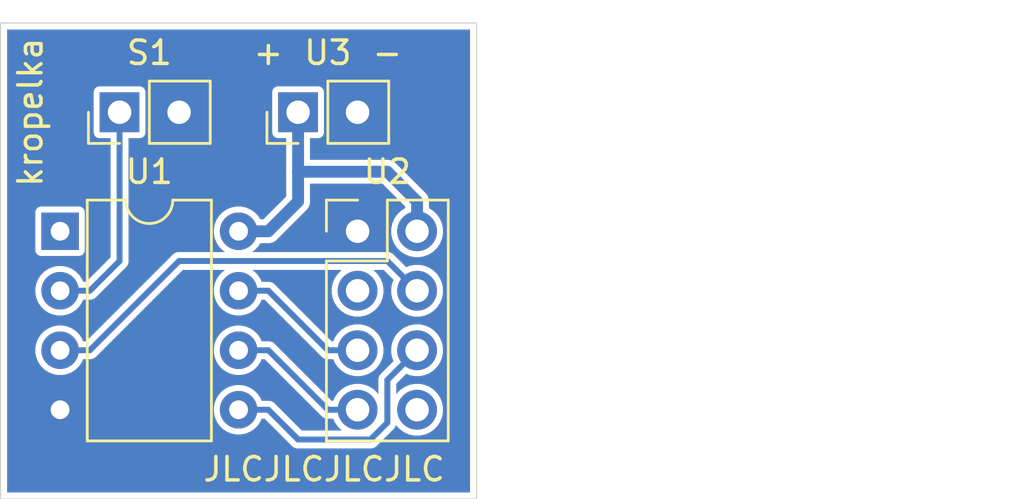
<source format=kicad_pcb>
(kicad_pcb (version 20171130) (host pcbnew 5.1.10)

  (general
    (thickness 1.6)
    (drawings 8)
    (tracks 27)
    (zones 0)
    (modules 4)
    (nets 11)
  )

  (page A4)
  (layers
    (0 F.Cu signal)
    (31 B.Cu signal hide)
    (32 B.Adhes user)
    (33 F.Adhes user)
    (34 B.Paste user)
    (35 F.Paste user)
    (36 B.SilkS user)
    (37 F.SilkS user)
    (38 B.Mask user)
    (39 F.Mask user)
    (40 Dwgs.User user)
    (41 Cmts.User user)
    (42 Eco1.User user)
    (43 Eco2.User user)
    (44 Edge.Cuts user)
    (45 Margin user)
    (46 B.CrtYd user)
    (47 F.CrtYd user)
    (48 B.Fab user)
    (49 F.Fab user)
  )

  (setup
    (last_trace_width 0.254)
    (trace_clearance 0.254)
    (zone_clearance 0.254)
    (zone_45_only yes)
    (trace_min 0.2)
    (via_size 0.8)
    (via_drill 0.4)
    (via_min_size 0.4)
    (via_min_drill 0.3)
    (uvia_size 0.3)
    (uvia_drill 0.1)
    (uvias_allowed no)
    (uvia_min_size 0.2)
    (uvia_min_drill 0.1)
    (edge_width 0.05)
    (segment_width 0.2)
    (pcb_text_width 0.3)
    (pcb_text_size 1.5 1.5)
    (mod_edge_width 0.12)
    (mod_text_size 1 1)
    (mod_text_width 0.15)
    (pad_size 1.524 1.524)
    (pad_drill 0.762)
    (pad_to_mask_clearance 0)
    (aux_axis_origin 0 0)
    (visible_elements FFFFFF7F)
    (pcbplotparams
      (layerselection 0x010fc_ffffffff)
      (usegerberextensions true)
      (usegerberattributes false)
      (usegerberadvancedattributes false)
      (creategerberjobfile false)
      (excludeedgelayer true)
      (linewidth 0.100000)
      (plotframeref false)
      (viasonmask false)
      (mode 1)
      (useauxorigin false)
      (hpglpennumber 1)
      (hpglpenspeed 20)
      (hpglpendiameter 15.000000)
      (psnegative false)
      (psa4output false)
      (plotreference true)
      (plotvalue false)
      (plotinvisibletext false)
      (padsonsilk false)
      (subtractmaskfromsilk true)
      (outputformat 1)
      (mirror false)
      (drillshape 0)
      (scaleselection 1)
      (outputdirectory "gerber/"))
  )

  (net 0 "")
  (net 1 "Net-(S1-Pad1)")
  (net 2 "Net-(U1-Pad7)")
  (net 3 "Net-(U1-Pad3)")
  (net 4 "Net-(U1-Pad6)")
  (net 5 "Net-(U1-Pad5)")
  (net 6 "Net-(U1-Pad1)")
  (net 7 "Net-(U2-Pad8)")
  (net 8 "Net-(U2-Pad3)")
  (net 9 GND)
  (net 10 VCC)

  (net_class Default "This is the default net class."
    (clearance 0.254)
    (trace_width 0.254)
    (via_dia 0.8)
    (via_drill 0.4)
    (uvia_dia 0.3)
    (uvia_drill 0.1)
    (add_net GND)
    (add_net "Net-(S1-Pad1)")
    (add_net "Net-(U1-Pad1)")
    (add_net "Net-(U1-Pad3)")
    (add_net "Net-(U1-Pad5)")
    (add_net "Net-(U1-Pad6)")
    (add_net "Net-(U1-Pad7)")
    (add_net "Net-(U2-Pad3)")
    (add_net "Net-(U2-Pad8)")
  )

  (net_class VCC ""
    (clearance 0.254)
    (trace_width 0.508)
    (via_dia 0.8)
    (via_drill 0.4)
    (uvia_dia 0.3)
    (uvia_drill 0.1)
    (add_net VCC)
  )

  (module Connector_PinHeader_2.54mm:PinHeader_1x02_P2.54mm_Vertical (layer F.Cu) (tedit 59FED5CC) (tstamp 612EE7B1)
    (at 119.38 100.33 90)
    (descr "Through hole straight pin header, 1x02, 2.54mm pitch, single row")
    (tags "Through hole pin header THT 1x02 2.54mm single row")
    (path /61302487)
    (fp_text reference U3 (at 2.54 1.27) (layer F.SilkS)
      (effects (font (size 1 1) (thickness 0.15)))
    )
    (fp_text value DFR0579 (at 0 4.87 90) (layer F.Fab)
      (effects (font (size 1 1) (thickness 0.15)))
    )
    (fp_line (start -0.635 -1.27) (end 1.27 -1.27) (layer F.Fab) (width 0.1))
    (fp_line (start 1.27 -1.27) (end 1.27 3.81) (layer F.Fab) (width 0.1))
    (fp_line (start 1.27 3.81) (end -1.27 3.81) (layer F.Fab) (width 0.1))
    (fp_line (start -1.27 3.81) (end -1.27 -0.635) (layer F.Fab) (width 0.1))
    (fp_line (start -1.27 -0.635) (end -0.635 -1.27) (layer F.Fab) (width 0.1))
    (fp_line (start -1.33 3.87) (end 1.33 3.87) (layer F.SilkS) (width 0.12))
    (fp_line (start -1.33 1.27) (end -1.33 3.87) (layer F.SilkS) (width 0.12))
    (fp_line (start 1.33 1.27) (end 1.33 3.87) (layer F.SilkS) (width 0.12))
    (fp_line (start -1.33 1.27) (end 1.33 1.27) (layer F.SilkS) (width 0.12))
    (fp_line (start -1.33 0) (end -1.33 -1.33) (layer F.SilkS) (width 0.12))
    (fp_line (start -1.33 -1.33) (end 0 -1.33) (layer F.SilkS) (width 0.12))
    (fp_line (start -1.8 -1.8) (end -1.8 4.35) (layer F.CrtYd) (width 0.05))
    (fp_line (start -1.8 4.35) (end 1.8 4.35) (layer F.CrtYd) (width 0.05))
    (fp_line (start 1.8 4.35) (end 1.8 -1.8) (layer F.CrtYd) (width 0.05))
    (fp_line (start 1.8 -1.8) (end -1.8 -1.8) (layer F.CrtYd) (width 0.05))
    (fp_text user %R (at 0 1.27) (layer F.Fab)
      (effects (font (size 1 1) (thickness 0.15)))
    )
    (pad 2 thru_hole oval (at 0 2.54 90) (size 1.7 1.7) (drill 1) (layers *.Cu *.Mask)
      (net 9 GND))
    (pad 1 thru_hole rect (at 0 0 90) (size 1.7 1.7) (drill 1) (layers *.Cu *.Mask)
      (net 10 VCC))
    (model ${KISYS3DMOD}/Connector_PinHeader_2.54mm.3dshapes/PinHeader_1x02_P2.54mm_Vertical.wrl
      (at (xyz 0 0 0))
      (scale (xyz 1 1 1))
      (rotate (xyz 0 0 0))
    )
  )

  (module Package_DIP:DIP-8_W7.62mm (layer F.Cu) (tedit 5A02E8C5) (tstamp 612DC96A)
    (at 109.22 105.41)
    (descr "8-lead though-hole mounted DIP package, row spacing 7.62 mm (300 mils)")
    (tags "THT DIP DIL PDIP 2.54mm 7.62mm 300mil")
    (path /612D0EC3)
    (fp_text reference U1 (at 3.81 -2.54) (layer F.SilkS)
      (effects (font (size 1 1) (thickness 0.15)))
    )
    (fp_text value ATtiny13A-PU (at 3.81 9.95) (layer F.Fab)
      (effects (font (size 1 1) (thickness 0.15)))
    )
    (fp_line (start 1.635 -1.27) (end 6.985 -1.27) (layer F.Fab) (width 0.1))
    (fp_line (start 6.985 -1.27) (end 6.985 8.89) (layer F.Fab) (width 0.1))
    (fp_line (start 6.985 8.89) (end 0.635 8.89) (layer F.Fab) (width 0.1))
    (fp_line (start 0.635 8.89) (end 0.635 -0.27) (layer F.Fab) (width 0.1))
    (fp_line (start 0.635 -0.27) (end 1.635 -1.27) (layer F.Fab) (width 0.1))
    (fp_line (start 2.81 -1.33) (end 1.16 -1.33) (layer F.SilkS) (width 0.12))
    (fp_line (start 1.16 -1.33) (end 1.16 8.95) (layer F.SilkS) (width 0.12))
    (fp_line (start 1.16 8.95) (end 6.46 8.95) (layer F.SilkS) (width 0.12))
    (fp_line (start 6.46 8.95) (end 6.46 -1.33) (layer F.SilkS) (width 0.12))
    (fp_line (start 6.46 -1.33) (end 4.81 -1.33) (layer F.SilkS) (width 0.12))
    (fp_line (start -1.1 -1.55) (end -1.1 9.15) (layer F.CrtYd) (width 0.05))
    (fp_line (start -1.1 9.15) (end 8.7 9.15) (layer F.CrtYd) (width 0.05))
    (fp_line (start 8.7 9.15) (end 8.7 -1.55) (layer F.CrtYd) (width 0.05))
    (fp_line (start 8.7 -1.55) (end -1.1 -1.55) (layer F.CrtYd) (width 0.05))
    (fp_text user %R (at 3.81 3.81) (layer F.Fab)
      (effects (font (size 1 1) (thickness 0.15)))
    )
    (fp_arc (start 3.81 -1.33) (end 2.81 -1.33) (angle -180) (layer F.SilkS) (width 0.12))
    (pad 8 thru_hole oval (at 7.62 0) (size 1.6 1.6) (drill 0.8) (layers *.Cu *.Mask)
      (net 10 VCC))
    (pad 4 thru_hole oval (at 0 7.62) (size 1.6 1.6) (drill 0.8) (layers *.Cu *.Mask)
      (net 9 GND))
    (pad 7 thru_hole oval (at 7.62 2.54) (size 1.6 1.6) (drill 0.8) (layers *.Cu *.Mask)
      (net 2 "Net-(U1-Pad7)"))
    (pad 3 thru_hole oval (at 0 5.08) (size 1.6 1.6) (drill 0.8) (layers *.Cu *.Mask)
      (net 3 "Net-(U1-Pad3)"))
    (pad 6 thru_hole oval (at 7.62 5.08) (size 1.6 1.6) (drill 0.8) (layers *.Cu *.Mask)
      (net 4 "Net-(U1-Pad6)"))
    (pad 2 thru_hole oval (at 0 2.54) (size 1.6 1.6) (drill 0.8) (layers *.Cu *.Mask)
      (net 1 "Net-(S1-Pad1)"))
    (pad 5 thru_hole oval (at 7.62 7.62) (size 1.6 1.6) (drill 0.8) (layers *.Cu *.Mask)
      (net 5 "Net-(U1-Pad5)"))
    (pad 1 thru_hole rect (at 0 0) (size 1.6 1.6) (drill 0.8) (layers *.Cu *.Mask)
      (net 6 "Net-(U1-Pad1)"))
    (model ${KISYS3DMOD}/Package_DIP.3dshapes/DIP-8_W7.62mm.wrl
      (at (xyz 0 0 0))
      (scale (xyz 1 1 1))
      (rotate (xyz 0 0 0))
    )
  )

  (module board:E07-M1101D (layer F.Cu) (tedit 612D2D5B) (tstamp 612EDC37)
    (at 121.92 105.41)
    (path /612D3103)
    (fp_text reference U2 (at 1.27 -2.54 180) (layer F.SilkS)
      (effects (font (size 1 1) (thickness 0.15)))
    )
    (fp_text value E07-M1101D (at 5.08 3.81 90) (layer F.Fab)
      (effects (font (size 1 1) (thickness 0.15)))
    )
    (fp_line (start 28.4 11.31) (end -1.6 11.31) (layer F.Fab) (width 0.12))
    (fp_line (start 28.4 11.31) (end 28.4 -3.69) (layer F.Fab) (width 0.12))
    (fp_line (start 28.4 -3.69) (end -1.6 -3.69) (layer F.Fab) (width 0.12))
    (fp_line (start -1.6 3.81) (end -1.6 -3.69) (layer F.Fab) (width 0.12))
    (fp_line (start -1.6 3.81) (end -1.6 11.31) (layer F.Fab) (width 0.12))
    (fp_line (start -1.27 -1.27) (end 2.81 -1.27) (layer F.Fab) (width 0.1))
    (fp_line (start 2.81 -1.27) (end 3.81 -0.27) (layer F.Fab) (width 0.1))
    (fp_line (start 3.81 -0.27) (end 3.81 8.89) (layer F.Fab) (width 0.1))
    (fp_line (start 3.81 8.89) (end -1.27 8.89) (layer F.Fab) (width 0.1))
    (fp_line (start -1.27 8.89) (end -1.27 -1.27) (layer F.Fab) (width 0.1))
    (fp_line (start 1.27 -1.33) (end 3.87 -1.33) (layer F.SilkS) (width 0.12))
    (fp_line (start 3.87 -1.33) (end 3.87 8.95) (layer F.SilkS) (width 0.12))
    (fp_line (start -1.33 8.95) (end 3.87 8.95) (layer F.SilkS) (width 0.12))
    (fp_line (start -1.33 1.27) (end -1.33 8.95) (layer F.SilkS) (width 0.12))
    (fp_line (start -1.33 1.27) (end 1.27 1.27) (layer F.SilkS) (width 0.12))
    (fp_line (start 1.27 -1.33) (end 1.27 1.27) (layer F.SilkS) (width 0.12))
    (fp_line (start -1.33 -1.33) (end -1.33 0) (layer F.SilkS) (width 0.12))
    (fp_line (start -1.33 -1.33) (end 0 -1.33) (layer F.SilkS) (width 0.12))
    (fp_line (start -1.8 -1.8) (end 4.3 -1.8) (layer F.CrtYd) (width 0.05))
    (fp_line (start 4.3 -1.8) (end 4.3 9.4) (layer F.CrtYd) (width 0.05))
    (fp_line (start 4.3 9.4) (end -1.8 9.4) (layer F.CrtYd) (width 0.05))
    (fp_line (start -1.8 9.4) (end -1.8 -1.8) (layer F.CrtYd) (width 0.05))
    (fp_text user %R (at 1.27 3.81 90) (layer F.Fab)
      (effects (font (size 1 1) (thickness 0.15)))
    )
    (pad 2 thru_hole circle (at 2.54 0) (size 1.7 1.7) (drill 1) (layers *.Cu *.Mask)
      (net 10 VCC))
    (pad 1 thru_hole rect (at 0 0) (size 1.7 1.7) (drill 1) (layers *.Cu *.Mask)
      (net 9 GND))
    (pad 4 thru_hole oval (at 2.54 2.54) (size 1.7 1.7) (drill 1) (layers *.Cu *.Mask)
      (net 3 "Net-(U1-Pad3)"))
    (pad 3 thru_hole oval (at 0 2.54) (size 1.7 1.7) (drill 1) (layers *.Cu *.Mask)
      (net 8 "Net-(U2-Pad3)"))
    (pad 6 thru_hole oval (at 2.54 5.08) (size 1.7 1.7) (drill 1) (layers *.Cu *.Mask)
      (net 5 "Net-(U1-Pad5)"))
    (pad 5 thru_hole oval (at 0 5.08) (size 1.7 1.7) (drill 1) (layers *.Cu *.Mask)
      (net 2 "Net-(U1-Pad7)"))
    (pad 8 thru_hole oval (at 2.54 7.62) (size 1.7 1.7) (drill 1) (layers *.Cu *.Mask)
      (net 7 "Net-(U2-Pad8)"))
    (pad 7 thru_hole oval (at 0 7.62) (size 1.7 1.7) (drill 1) (layers *.Cu *.Mask)
      (net 4 "Net-(U1-Pad6)"))
    (model ${KISYS3DMOD}/Connector_PinSocket_2.54mm.3dshapes/PinSocket_2x04_P2.54mm_Vertical.wrl
      (offset (xyz 2.54 0 0))
      (scale (xyz 1 1 1))
      (rotate (xyz 0 0 0))
    )
  )

  (module Connector_PinHeader_2.54mm:PinHeader_1x02_P2.54mm_Vertical (layer F.Cu) (tedit 59FED5CC) (tstamp 612DC23A)
    (at 111.76 100.33 90)
    (descr "Through hole straight pin header, 1x02, 2.54mm pitch, single row")
    (tags "Through hole pin header THT 1x02 2.54mm single row")
    (path /612EBD95)
    (fp_text reference S1 (at 2.54 1.27) (layer F.SilkS)
      (effects (font (size 1 1) (thickness 0.15)))
    )
    (fp_text value Float_Switch (at 0 4.87 90) (layer F.Fab)
      (effects (font (size 1 1) (thickness 0.15)))
    )
    (fp_line (start -0.635 -1.27) (end 1.27 -1.27) (layer F.Fab) (width 0.1))
    (fp_line (start 1.27 -1.27) (end 1.27 3.81) (layer F.Fab) (width 0.1))
    (fp_line (start 1.27 3.81) (end -1.27 3.81) (layer F.Fab) (width 0.1))
    (fp_line (start -1.27 3.81) (end -1.27 -0.635) (layer F.Fab) (width 0.1))
    (fp_line (start -1.27 -0.635) (end -0.635 -1.27) (layer F.Fab) (width 0.1))
    (fp_line (start -1.33 3.87) (end 1.33 3.87) (layer F.SilkS) (width 0.12))
    (fp_line (start -1.33 1.27) (end -1.33 3.87) (layer F.SilkS) (width 0.12))
    (fp_line (start 1.33 1.27) (end 1.33 3.87) (layer F.SilkS) (width 0.12))
    (fp_line (start -1.33 1.27) (end 1.33 1.27) (layer F.SilkS) (width 0.12))
    (fp_line (start -1.33 0) (end -1.33 -1.33) (layer F.SilkS) (width 0.12))
    (fp_line (start -1.33 -1.33) (end 0 -1.33) (layer F.SilkS) (width 0.12))
    (fp_line (start -1.8 -1.8) (end -1.8 4.35) (layer F.CrtYd) (width 0.05))
    (fp_line (start -1.8 4.35) (end 1.8 4.35) (layer F.CrtYd) (width 0.05))
    (fp_line (start 1.8 4.35) (end 1.8 -1.8) (layer F.CrtYd) (width 0.05))
    (fp_line (start 1.8 -1.8) (end -1.8 -1.8) (layer F.CrtYd) (width 0.05))
    (fp_text user %R (at 0 1.27) (layer F.Fab)
      (effects (font (size 1 1) (thickness 0.15)))
    )
    (pad 2 thru_hole oval (at 0 2.54 90) (size 1.7 1.7) (drill 1) (layers *.Cu *.Mask)
      (net 9 GND))
    (pad 1 thru_hole rect (at 0 0 90) (size 1.7 1.7) (drill 1) (layers *.Cu *.Mask)
      (net 1 "Net-(S1-Pad1)"))
    (model ${KISYS3DMOD}/Connector_PinHeader_2.54mm.3dshapes/PinHeader_1x02_P2.54mm_Vertical.wrl
      (at (xyz 0 0 0))
      (scale (xyz 1 1 1))
      (rotate (xyz 0 0 0))
    )
  )

  (gr_text - (at 123.19 97.79) (layer F.SilkS)
    (effects (font (size 1 1) (thickness 0.15)))
  )
  (gr_text + (at 118.11 97.79) (layer F.SilkS)
    (effects (font (size 1 1) (thickness 0.15)))
  )
  (gr_text kropelka (at 107.95 100.33 90) (layer F.SilkS)
    (effects (font (size 1 1) (thickness 0.15)))
  )
  (gr_line (start 106.68 116.84) (end 127 116.84) (layer Edge.Cuts) (width 0.05) (tstamp 612EE7DE))
  (gr_line (start 106.68 96.52) (end 106.68 116.84) (layer Edge.Cuts) (width 0.05))
  (gr_line (start 127 96.52) (end 106.68 96.52) (layer Edge.Cuts) (width 0.05))
  (gr_line (start 127 116.84) (end 127 96.52) (layer Edge.Cuts) (width 0.05))
  (gr_text JLCJLCJLCJLC (at 125.73 115.57) (layer F.SilkS) (tstamp 612EE4A2)
    (effects (font (size 1 1) (thickness 0.15)) (justify right))
  )

  (segment (start 109.22 107.95) (end 110.49 107.95) (width 0.254) (layer B.Cu) (net 1))
  (segment (start 110.49 107.95) (end 111.76 106.68) (width 0.254) (layer B.Cu) (net 1))
  (segment (start 111.76 106.68) (end 111.76 100.33) (width 0.254) (layer B.Cu) (net 1))
  (segment (start 121.92 110.49) (end 120.65 110.49) (width 0.254) (layer B.Cu) (net 2))
  (segment (start 120.65 110.49) (end 118.11 107.95) (width 0.254) (layer B.Cu) (net 2))
  (segment (start 118.11 107.95) (end 116.84 107.95) (width 0.254) (layer B.Cu) (net 2))
  (segment (start 124.46 107.95) (end 123.19 106.68) (width 0.254) (layer B.Cu) (net 3))
  (segment (start 109.22 110.49) (end 110.49 110.49) (width 0.254) (layer B.Cu) (net 3))
  (segment (start 110.49 110.49) (end 114.3 106.68) (width 0.254) (layer B.Cu) (net 3))
  (segment (start 123.19 106.68) (end 114.3 106.68) (width 0.254) (layer B.Cu) (net 3))
  (segment (start 116.84 110.49) (end 118.11 110.49) (width 0.254) (layer B.Cu) (net 4))
  (segment (start 118.11 110.49) (end 120.65 113.03) (width 0.254) (layer B.Cu) (net 4))
  (segment (start 120.65 113.03) (end 121.92 113.03) (width 0.254) (layer B.Cu) (net 4))
  (segment (start 116.84 113.03) (end 118.11 113.03) (width 0.254) (layer B.Cu) (net 5))
  (segment (start 118.11 113.03) (end 119.38 114.3) (width 0.254) (layer B.Cu) (net 5))
  (segment (start 119.38 114.3) (end 118.745 113.665) (width 0.254) (layer B.Cu) (net 5))
  (segment (start 122.471882 114.3) (end 123.19 113.581882) (width 0.254) (layer B.Cu) (net 5))
  (segment (start 119.38 114.3) (end 122.471882 114.3) (width 0.254) (layer B.Cu) (net 5))
  (segment (start 123.19 111.76) (end 124.46 110.49) (width 0.254) (layer B.Cu) (net 5))
  (segment (start 123.19 113.581882) (end 123.19 111.76) (width 0.254) (layer B.Cu) (net 5))
  (segment (start 119.38 102.87) (end 119.38 104.14) (width 0.254) (layer B.Cu) (net 10))
  (segment (start 116.84 105.41) (end 118.11 105.41) (width 0.508) (layer B.Cu) (net 10))
  (segment (start 119.38 104.14) (end 119.38 100.33) (width 0.508) (layer B.Cu) (net 10))
  (segment (start 118.11 105.41) (end 119.38 104.14) (width 0.508) (layer B.Cu) (net 10))
  (segment (start 124.46 105.41) (end 124.46 104.14) (width 0.508) (layer B.Cu) (net 10))
  (segment (start 124.46 104.14) (end 123.19 102.87) (width 0.508) (layer B.Cu) (net 10))
  (segment (start 119.38 102.87) (end 123.19 102.87) (width 0.508) (layer B.Cu) (net 10))

  (zone (net 9) (net_name GND) (layer B.Cu) (tstamp 612EA05A) (hatch edge 0.508)
    (connect_pads yes (clearance 0.254))
    (min_thickness 0.0254)
    (fill yes (arc_segments 32) (thermal_gap 0.508) (thermal_bridge_width 0.508))
    (polygon
      (pts
        (xy 127 116.84) (xy 106.68 116.84) (xy 106.68 96.52) (xy 127 96.52)
      )
    )
    (filled_polygon
      (pts
        (xy 126.7083 116.5483) (xy 106.9717 116.5483) (xy 106.9717 110.384939) (xy 108.1533 110.384939) (xy 108.1533 110.595061)
        (xy 108.194293 110.801145) (xy 108.274703 110.995272) (xy 108.39144 111.169981) (xy 108.540019 111.31856) (xy 108.714728 111.435297)
        (xy 108.908855 111.515707) (xy 109.114939 111.5567) (xy 109.325061 111.5567) (xy 109.531145 111.515707) (xy 109.725272 111.435297)
        (xy 109.899981 111.31856) (xy 110.04856 111.169981) (xy 110.165297 110.995272) (xy 110.211512 110.8837) (xy 110.470678 110.8837)
        (xy 110.49 110.885603) (xy 110.509322 110.8837) (xy 110.509333 110.8837) (xy 110.567179 110.878003) (xy 110.641391 110.85549)
        (xy 110.709786 110.818933) (xy 110.769734 110.769734) (xy 110.78206 110.754715) (xy 111.151836 110.384939) (xy 115.7733 110.384939)
        (xy 115.7733 110.595061) (xy 115.814293 110.801145) (xy 115.894703 110.995272) (xy 116.01144 111.169981) (xy 116.160019 111.31856)
        (xy 116.334728 111.435297) (xy 116.528855 111.515707) (xy 116.734939 111.5567) (xy 116.945061 111.5567) (xy 117.151145 111.515707)
        (xy 117.345272 111.435297) (xy 117.519981 111.31856) (xy 117.66856 111.169981) (xy 117.785297 110.995272) (xy 117.831512 110.8837)
        (xy 117.946925 110.8837) (xy 120.357944 113.29472) (xy 120.370266 113.309734) (xy 120.385279 113.322055) (xy 120.385282 113.322058)
        (xy 120.430213 113.358933) (xy 120.46677 113.378472) (xy 120.498609 113.39549) (xy 120.572821 113.418003) (xy 120.630667 113.4237)
        (xy 120.630677 113.4237) (xy 120.649999 113.425603) (xy 120.669322 113.4237) (xy 120.874369 113.4237) (xy 120.930394 113.558956)
        (xy 121.052603 113.741855) (xy 121.208145 113.897397) (xy 121.221469 113.9063) (xy 119.543076 113.9063) (xy 119.346757 113.709981)
        (xy 118.40206 112.765285) (xy 118.389734 112.750266) (xy 118.329786 112.701067) (xy 118.261391 112.66451) (xy 118.187179 112.641997)
        (xy 118.129333 112.6363) (xy 118.129322 112.6363) (xy 118.11 112.634397) (xy 118.090678 112.6363) (xy 117.831512 112.6363)
        (xy 117.785297 112.524728) (xy 117.66856 112.350019) (xy 117.519981 112.20144) (xy 117.345272 112.084703) (xy 117.151145 112.004293)
        (xy 116.945061 111.9633) (xy 116.734939 111.9633) (xy 116.528855 112.004293) (xy 116.334728 112.084703) (xy 116.160019 112.20144)
        (xy 116.01144 112.350019) (xy 115.894703 112.524728) (xy 115.814293 112.718855) (xy 115.7733 112.924939) (xy 115.7733 113.135061)
        (xy 115.814293 113.341145) (xy 115.894703 113.535272) (xy 116.01144 113.709981) (xy 116.160019 113.85856) (xy 116.334728 113.975297)
        (xy 116.528855 114.055707) (xy 116.734939 114.0967) (xy 116.945061 114.0967) (xy 117.151145 114.055707) (xy 117.345272 113.975297)
        (xy 117.519981 113.85856) (xy 117.66856 113.709981) (xy 117.785297 113.535272) (xy 117.831512 113.4237) (xy 117.946925 113.4237)
        (xy 118.823223 114.299999) (xy 119.087944 114.56472) (xy 119.100266 114.579734) (xy 119.115279 114.592055) (xy 119.115282 114.592058)
        (xy 119.160214 114.628933) (xy 119.228609 114.66549) (xy 119.302821 114.688003) (xy 119.360667 114.6937) (xy 119.360675 114.6937)
        (xy 119.37308 114.694922) (xy 119.379999 114.695603) (xy 119.38 114.695603) (xy 119.399325 114.6937) (xy 122.45256 114.6937)
        (xy 122.471882 114.695603) (xy 122.491204 114.6937) (xy 122.491215 114.6937) (xy 122.549061 114.688003) (xy 122.623273 114.66549)
        (xy 122.691668 114.628933) (xy 122.751616 114.579734) (xy 122.763942 114.564715) (xy 123.454721 113.873937) (xy 123.469734 113.861616)
        (xy 123.518933 113.801668) (xy 123.55549 113.733273) (xy 123.565288 113.700975) (xy 123.592603 113.741855) (xy 123.748145 113.897397)
        (xy 123.931044 114.019606) (xy 124.134271 114.103786) (xy 124.350015 114.1467) (xy 124.569985 114.1467) (xy 124.785729 114.103786)
        (xy 124.988956 114.019606) (xy 125.171855 113.897397) (xy 125.327397 113.741855) (xy 125.449606 113.558956) (xy 125.533786 113.355729)
        (xy 125.5767 113.139985) (xy 125.5767 112.920015) (xy 125.533786 112.704271) (xy 125.449606 112.501044) (xy 125.327397 112.318145)
        (xy 125.171855 112.162603) (xy 124.988956 112.040394) (xy 124.785729 111.956214) (xy 124.569985 111.9133) (xy 124.350015 111.9133)
        (xy 124.134271 111.956214) (xy 123.931044 112.040394) (xy 123.748145 112.162603) (xy 123.592603 112.318145) (xy 123.5837 112.331469)
        (xy 123.5837 111.923075) (xy 123.999015 111.507761) (xy 124.134271 111.563786) (xy 124.350015 111.6067) (xy 124.569985 111.6067)
        (xy 124.785729 111.563786) (xy 124.988956 111.479606) (xy 125.171855 111.357397) (xy 125.327397 111.201855) (xy 125.449606 111.018956)
        (xy 125.533786 110.815729) (xy 125.5767 110.599985) (xy 125.5767 110.380015) (xy 125.533786 110.164271) (xy 125.449606 109.961044)
        (xy 125.327397 109.778145) (xy 125.171855 109.622603) (xy 124.988956 109.500394) (xy 124.785729 109.416214) (xy 124.569985 109.3733)
        (xy 124.350015 109.3733) (xy 124.134271 109.416214) (xy 123.931044 109.500394) (xy 123.748145 109.622603) (xy 123.592603 109.778145)
        (xy 123.470394 109.961044) (xy 123.386214 110.164271) (xy 123.3433 110.380015) (xy 123.3433 110.599985) (xy 123.386214 110.815729)
        (xy 123.442239 110.950985) (xy 122.92528 111.467945) (xy 122.910267 111.480266) (xy 122.897946 111.495279) (xy 122.897942 111.495283)
        (xy 122.861067 111.540215) (xy 122.82451 111.60861) (xy 122.801998 111.682822) (xy 122.794397 111.76) (xy 122.796301 111.779332)
        (xy 122.796301 112.33147) (xy 122.787397 112.318145) (xy 122.631855 112.162603) (xy 122.448956 112.040394) (xy 122.245729 111.956214)
        (xy 122.029985 111.9133) (xy 121.810015 111.9133) (xy 121.594271 111.956214) (xy 121.391044 112.040394) (xy 121.208145 112.162603)
        (xy 121.052603 112.318145) (xy 120.930394 112.501044) (xy 120.874369 112.6363) (xy 120.813076 112.6363) (xy 118.402058 110.225283)
        (xy 118.389734 110.210266) (xy 118.329786 110.161067) (xy 118.261391 110.12451) (xy 118.187179 110.101997) (xy 118.129333 110.0963)
        (xy 118.129322 110.0963) (xy 118.11 110.094397) (xy 118.090678 110.0963) (xy 117.831512 110.0963) (xy 117.785297 109.984728)
        (xy 117.66856 109.810019) (xy 117.519981 109.66144) (xy 117.345272 109.544703) (xy 117.151145 109.464293) (xy 116.945061 109.4233)
        (xy 116.734939 109.4233) (xy 116.528855 109.464293) (xy 116.334728 109.544703) (xy 116.160019 109.66144) (xy 116.01144 109.810019)
        (xy 115.894703 109.984728) (xy 115.814293 110.178855) (xy 115.7733 110.384939) (xy 111.151836 110.384939) (xy 114.463076 107.0737)
        (xy 116.231467 107.0737) (xy 116.160019 107.12144) (xy 116.01144 107.270019) (xy 115.894703 107.444728) (xy 115.814293 107.638855)
        (xy 115.7733 107.844939) (xy 115.7733 108.055061) (xy 115.814293 108.261145) (xy 115.894703 108.455272) (xy 116.01144 108.629981)
        (xy 116.160019 108.77856) (xy 116.334728 108.895297) (xy 116.528855 108.975707) (xy 116.734939 109.0167) (xy 116.945061 109.0167)
        (xy 117.151145 108.975707) (xy 117.345272 108.895297) (xy 117.519981 108.77856) (xy 117.66856 108.629981) (xy 117.785297 108.455272)
        (xy 117.831512 108.3437) (xy 117.946925 108.3437) (xy 120.357942 110.754718) (xy 120.370266 110.769734) (xy 120.385279 110.782055)
        (xy 120.385282 110.782058) (xy 120.430213 110.818933) (xy 120.46677 110.838472) (xy 120.498609 110.85549) (xy 120.572821 110.878003)
        (xy 120.630667 110.8837) (xy 120.630677 110.8837) (xy 120.649999 110.885603) (xy 120.669322 110.8837) (xy 120.874369 110.8837)
        (xy 120.930394 111.018956) (xy 121.052603 111.201855) (xy 121.208145 111.357397) (xy 121.391044 111.479606) (xy 121.594271 111.563786)
        (xy 121.810015 111.6067) (xy 122.029985 111.6067) (xy 122.245729 111.563786) (xy 122.448956 111.479606) (xy 122.631855 111.357397)
        (xy 122.787397 111.201855) (xy 122.909606 111.018956) (xy 122.993786 110.815729) (xy 123.0367 110.599985) (xy 123.0367 110.380015)
        (xy 122.993786 110.164271) (xy 122.909606 109.961044) (xy 122.787397 109.778145) (xy 122.631855 109.622603) (xy 122.448956 109.500394)
        (xy 122.245729 109.416214) (xy 122.029985 109.3733) (xy 121.810015 109.3733) (xy 121.594271 109.416214) (xy 121.391044 109.500394)
        (xy 121.208145 109.622603) (xy 121.052603 109.778145) (xy 120.930394 109.961044) (xy 120.874369 110.0963) (xy 120.813076 110.0963)
        (xy 118.402058 107.685283) (xy 118.389734 107.670266) (xy 118.329786 107.621067) (xy 118.261391 107.58451) (xy 118.187179 107.561997)
        (xy 118.129333 107.5563) (xy 118.129322 107.5563) (xy 118.11 107.554397) (xy 118.090678 107.5563) (xy 117.831512 107.5563)
        (xy 117.785297 107.444728) (xy 117.66856 107.270019) (xy 117.519981 107.12144) (xy 117.448533 107.0737) (xy 121.221469 107.0737)
        (xy 121.208145 107.082603) (xy 121.052603 107.238145) (xy 120.930394 107.421044) (xy 120.846214 107.624271) (xy 120.8033 107.840015)
        (xy 120.8033 108.059985) (xy 120.846214 108.275729) (xy 120.930394 108.478956) (xy 121.052603 108.661855) (xy 121.208145 108.817397)
        (xy 121.391044 108.939606) (xy 121.594271 109.023786) (xy 121.810015 109.0667) (xy 122.029985 109.0667) (xy 122.245729 109.023786)
        (xy 122.448956 108.939606) (xy 122.631855 108.817397) (xy 122.787397 108.661855) (xy 122.909606 108.478956) (xy 122.993786 108.275729)
        (xy 123.0367 108.059985) (xy 123.0367 107.840015) (xy 122.993786 107.624271) (xy 122.909606 107.421044) (xy 122.787397 107.238145)
        (xy 122.631855 107.082603) (xy 122.618531 107.0737) (xy 123.026925 107.0737) (xy 123.442239 107.489015) (xy 123.386214 107.624271)
        (xy 123.3433 107.840015) (xy 123.3433 108.059985) (xy 123.386214 108.275729) (xy 123.470394 108.478956) (xy 123.592603 108.661855)
        (xy 123.748145 108.817397) (xy 123.931044 108.939606) (xy 124.134271 109.023786) (xy 124.350015 109.0667) (xy 124.569985 109.0667)
        (xy 124.785729 109.023786) (xy 124.988956 108.939606) (xy 125.171855 108.817397) (xy 125.327397 108.661855) (xy 125.449606 108.478956)
        (xy 125.533786 108.275729) (xy 125.5767 108.059985) (xy 125.5767 107.840015) (xy 125.533786 107.624271) (xy 125.449606 107.421044)
        (xy 125.327397 107.238145) (xy 125.171855 107.082603) (xy 124.988956 106.960394) (xy 124.785729 106.876214) (xy 124.569985 106.8333)
        (xy 124.350015 106.8333) (xy 124.134271 106.876214) (xy 123.999015 106.932239) (xy 123.48206 106.415285) (xy 123.469734 106.400266)
        (xy 123.409786 106.351067) (xy 123.341391 106.31451) (xy 123.267179 106.291997) (xy 123.209333 106.2863) (xy 123.209322 106.2863)
        (xy 123.19 106.284397) (xy 123.170678 106.2863) (xy 117.448533 106.2863) (xy 117.519981 106.23856) (xy 117.66856 106.089981)
        (xy 117.774988 105.9307) (xy 118.084425 105.9307) (xy 118.11 105.933219) (xy 118.212075 105.923165) (xy 118.310227 105.893391)
        (xy 118.400685 105.845041) (xy 118.479972 105.779972) (xy 118.496283 105.760097) (xy 119.730103 104.526278) (xy 119.749972 104.509972)
        (xy 119.815041 104.430685) (xy 119.863391 104.340227) (xy 119.893165 104.242075) (xy 119.9007 104.165575) (xy 119.9007 104.165574)
        (xy 119.903219 104.140001) (xy 119.9007 104.114425) (xy 119.9007 103.3907) (xy 122.97432 103.3907) (xy 123.939301 104.355682)
        (xy 123.939301 104.416974) (xy 123.931044 104.420394) (xy 123.748145 104.542603) (xy 123.592603 104.698145) (xy 123.470394 104.881044)
        (xy 123.386214 105.084271) (xy 123.3433 105.300015) (xy 123.3433 105.519985) (xy 123.386214 105.735729) (xy 123.470394 105.938956)
        (xy 123.592603 106.121855) (xy 123.748145 106.277397) (xy 123.931044 106.399606) (xy 124.134271 106.483786) (xy 124.350015 106.5267)
        (xy 124.569985 106.5267) (xy 124.785729 106.483786) (xy 124.988956 106.399606) (xy 125.171855 106.277397) (xy 125.327397 106.121855)
        (xy 125.449606 105.938956) (xy 125.533786 105.735729) (xy 125.5767 105.519985) (xy 125.5767 105.300015) (xy 125.533786 105.084271)
        (xy 125.449606 104.881044) (xy 125.327397 104.698145) (xy 125.171855 104.542603) (xy 124.988956 104.420394) (xy 124.9807 104.416974)
        (xy 124.9807 104.165574) (xy 124.983219 104.139999) (xy 124.973165 104.037924) (xy 124.964133 104.00815) (xy 124.943391 103.939773)
        (xy 124.895041 103.849315) (xy 124.829972 103.770028) (xy 124.810103 103.753722) (xy 123.576283 102.519903) (xy 123.559972 102.500028)
        (xy 123.480685 102.434959) (xy 123.390227 102.386609) (xy 123.292075 102.356835) (xy 123.215575 102.3493) (xy 123.19 102.346781)
        (xy 123.164425 102.3493) (xy 119.9007 102.3493) (xy 119.9007 101.44799) (xy 120.23 101.44799) (xy 120.282282 101.442841)
        (xy 120.332555 101.42759) (xy 120.378887 101.402826) (xy 120.419498 101.369498) (xy 120.452826 101.328887) (xy 120.47759 101.282555)
        (xy 120.492841 101.232282) (xy 120.49799 101.18) (xy 120.49799 99.48) (xy 120.492841 99.427718) (xy 120.47759 99.377445)
        (xy 120.452826 99.331113) (xy 120.419498 99.290502) (xy 120.378887 99.257174) (xy 120.332555 99.23241) (xy 120.282282 99.217159)
        (xy 120.23 99.21201) (xy 118.53 99.21201) (xy 118.477718 99.217159) (xy 118.427445 99.23241) (xy 118.381113 99.257174)
        (xy 118.340502 99.290502) (xy 118.307174 99.331113) (xy 118.28241 99.377445) (xy 118.267159 99.427718) (xy 118.26201 99.48)
        (xy 118.26201 101.18) (xy 118.267159 101.232282) (xy 118.28241 101.282555) (xy 118.307174 101.328887) (xy 118.340502 101.369498)
        (xy 118.381113 101.402826) (xy 118.427445 101.42759) (xy 118.477718 101.442841) (xy 118.53 101.44799) (xy 118.859301 101.44799)
        (xy 118.8593 102.844422) (xy 118.856781 102.87) (xy 118.8593 102.895578) (xy 118.8593 103.924319) (xy 117.89432 104.8893)
        (xy 117.774988 104.8893) (xy 117.66856 104.730019) (xy 117.519981 104.58144) (xy 117.345272 104.464703) (xy 117.151145 104.384293)
        (xy 116.945061 104.3433) (xy 116.734939 104.3433) (xy 116.528855 104.384293) (xy 116.334728 104.464703) (xy 116.160019 104.58144)
        (xy 116.01144 104.730019) (xy 115.894703 104.904728) (xy 115.814293 105.098855) (xy 115.7733 105.304939) (xy 115.7733 105.515061)
        (xy 115.814293 105.721145) (xy 115.894703 105.915272) (xy 116.01144 106.089981) (xy 116.160019 106.23856) (xy 116.231467 106.2863)
        (xy 114.319325 106.2863) (xy 114.3 106.284397) (xy 114.280675 106.2863) (xy 114.280667 106.2863) (xy 114.222821 106.291997)
        (xy 114.148609 106.31451) (xy 114.080214 106.351067) (xy 114.035282 106.387942) (xy 114.035279 106.387945) (xy 114.020266 106.400266)
        (xy 114.007944 106.41528) (xy 110.326925 110.0963) (xy 110.211512 110.0963) (xy 110.165297 109.984728) (xy 110.04856 109.810019)
        (xy 109.899981 109.66144) (xy 109.725272 109.544703) (xy 109.531145 109.464293) (xy 109.325061 109.4233) (xy 109.114939 109.4233)
        (xy 108.908855 109.464293) (xy 108.714728 109.544703) (xy 108.540019 109.66144) (xy 108.39144 109.810019) (xy 108.274703 109.984728)
        (xy 108.194293 110.178855) (xy 108.1533 110.384939) (xy 106.9717 110.384939) (xy 106.9717 107.844939) (xy 108.1533 107.844939)
        (xy 108.1533 108.055061) (xy 108.194293 108.261145) (xy 108.274703 108.455272) (xy 108.39144 108.629981) (xy 108.540019 108.77856)
        (xy 108.714728 108.895297) (xy 108.908855 108.975707) (xy 109.114939 109.0167) (xy 109.325061 109.0167) (xy 109.531145 108.975707)
        (xy 109.725272 108.895297) (xy 109.899981 108.77856) (xy 110.04856 108.629981) (xy 110.165297 108.455272) (xy 110.211512 108.3437)
        (xy 110.470678 108.3437) (xy 110.49 108.345603) (xy 110.509322 108.3437) (xy 110.509333 108.3437) (xy 110.567179 108.338003)
        (xy 110.641391 108.31549) (xy 110.709786 108.278933) (xy 110.769734 108.229734) (xy 110.78206 108.214715) (xy 112.024722 106.972054)
        (xy 112.039734 106.959734) (xy 112.052059 106.944717) (xy 112.088933 106.899786) (xy 112.101532 106.876214) (xy 112.12549 106.831391)
        (xy 112.148003 106.757179) (xy 112.1537 106.699333) (xy 112.1537 106.699323) (xy 112.155603 106.680001) (xy 112.1537 106.660678)
        (xy 112.1537 101.44799) (xy 112.61 101.44799) (xy 112.662282 101.442841) (xy 112.712555 101.42759) (xy 112.758887 101.402826)
        (xy 112.799498 101.369498) (xy 112.832826 101.328887) (xy 112.85759 101.282555) (xy 112.872841 101.232282) (xy 112.87799 101.18)
        (xy 112.87799 99.48) (xy 112.872841 99.427718) (xy 112.85759 99.377445) (xy 112.832826 99.331113) (xy 112.799498 99.290502)
        (xy 112.758887 99.257174) (xy 112.712555 99.23241) (xy 112.662282 99.217159) (xy 112.61 99.21201) (xy 110.91 99.21201)
        (xy 110.857718 99.217159) (xy 110.807445 99.23241) (xy 110.761113 99.257174) (xy 110.720502 99.290502) (xy 110.687174 99.331113)
        (xy 110.66241 99.377445) (xy 110.647159 99.427718) (xy 110.64201 99.48) (xy 110.64201 101.18) (xy 110.647159 101.232282)
        (xy 110.66241 101.282555) (xy 110.687174 101.328887) (xy 110.720502 101.369498) (xy 110.761113 101.402826) (xy 110.807445 101.42759)
        (xy 110.857718 101.442841) (xy 110.91 101.44799) (xy 111.366301 101.44799) (xy 111.3663 106.516924) (xy 110.326925 107.5563)
        (xy 110.211512 107.5563) (xy 110.165297 107.444728) (xy 110.04856 107.270019) (xy 109.899981 107.12144) (xy 109.725272 107.004703)
        (xy 109.531145 106.924293) (xy 109.325061 106.8833) (xy 109.114939 106.8833) (xy 108.908855 106.924293) (xy 108.714728 107.004703)
        (xy 108.540019 107.12144) (xy 108.39144 107.270019) (xy 108.274703 107.444728) (xy 108.194293 107.638855) (xy 108.1533 107.844939)
        (xy 106.9717 107.844939) (xy 106.9717 104.61) (xy 108.15201 104.61) (xy 108.15201 106.21) (xy 108.157159 106.262282)
        (xy 108.17241 106.312555) (xy 108.197174 106.358887) (xy 108.230502 106.399498) (xy 108.271113 106.432826) (xy 108.317445 106.45759)
        (xy 108.367718 106.472841) (xy 108.42 106.47799) (xy 110.02 106.47799) (xy 110.072282 106.472841) (xy 110.122555 106.45759)
        (xy 110.168887 106.432826) (xy 110.209498 106.399498) (xy 110.242826 106.358887) (xy 110.26759 106.312555) (xy 110.282841 106.262282)
        (xy 110.28799 106.21) (xy 110.28799 104.61) (xy 110.282841 104.557718) (xy 110.26759 104.507445) (xy 110.242826 104.461113)
        (xy 110.209498 104.420502) (xy 110.168887 104.387174) (xy 110.122555 104.36241) (xy 110.072282 104.347159) (xy 110.02 104.34201)
        (xy 108.42 104.34201) (xy 108.367718 104.347159) (xy 108.317445 104.36241) (xy 108.271113 104.387174) (xy 108.230502 104.420502)
        (xy 108.197174 104.461113) (xy 108.17241 104.507445) (xy 108.157159 104.557718) (xy 108.15201 104.61) (xy 106.9717 104.61)
        (xy 106.9717 96.8117) (xy 126.708301 96.8117)
      )
    )
  )
)

</source>
